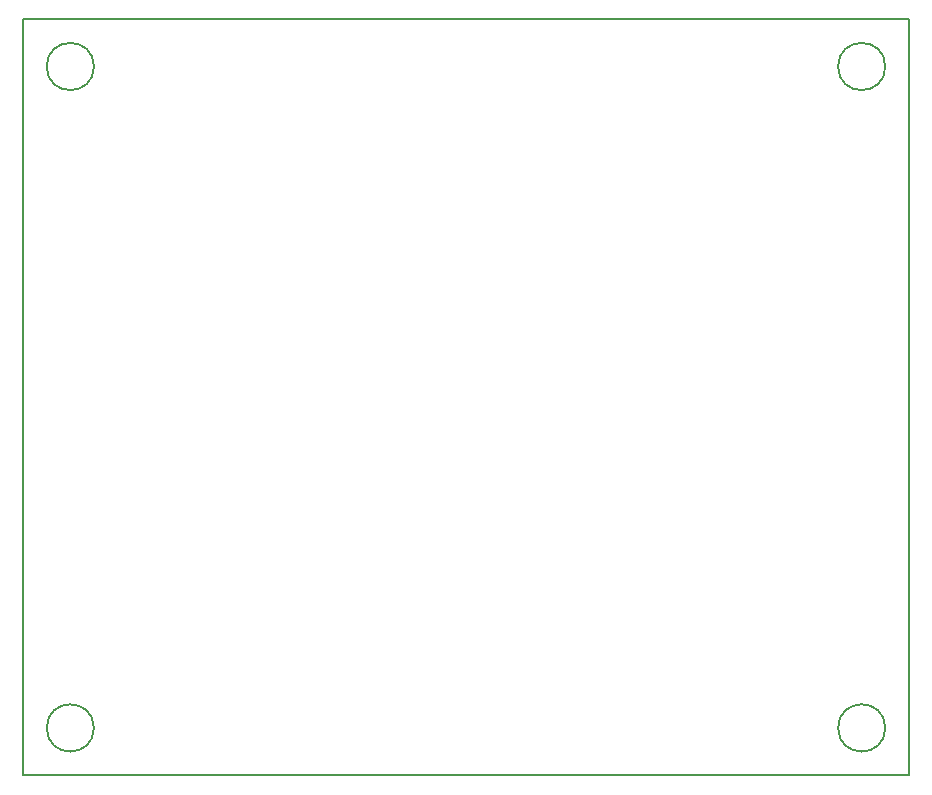
<source format=gbr>
G04 #@! TF.FileFunction,Profile,NP*
%FSLAX46Y46*%
G04 Gerber Fmt 4.6, Leading zero omitted, Abs format (unit mm)*
G04 Created by KiCad (PCBNEW 4.0.7) date 05/24/18 23:07:09*
%MOMM*%
%LPD*%
G01*
G04 APERTURE LIST*
%ADD10C,0.100000*%
%ADD11C,0.150000*%
G04 APERTURE END LIST*
D10*
D11*
X125000000Y-134000000D02*
G75*
G03X125000000Y-134000000I-2000000J0D01*
G01*
X192000000Y-134000000D02*
G75*
G03X192000000Y-134000000I-2000000J0D01*
G01*
X192000000Y-78000000D02*
G75*
G03X192000000Y-78000000I-2000000J0D01*
G01*
X125000000Y-78000000D02*
G75*
G03X125000000Y-78000000I-2000000J0D01*
G01*
X119000000Y-74000000D02*
X194000000Y-74000000D01*
X119000000Y-138000000D02*
X119000000Y-74000000D01*
X194000000Y-138000000D02*
X119000000Y-138000000D01*
X194000000Y-74000000D02*
X194000000Y-138000000D01*
M02*

</source>
